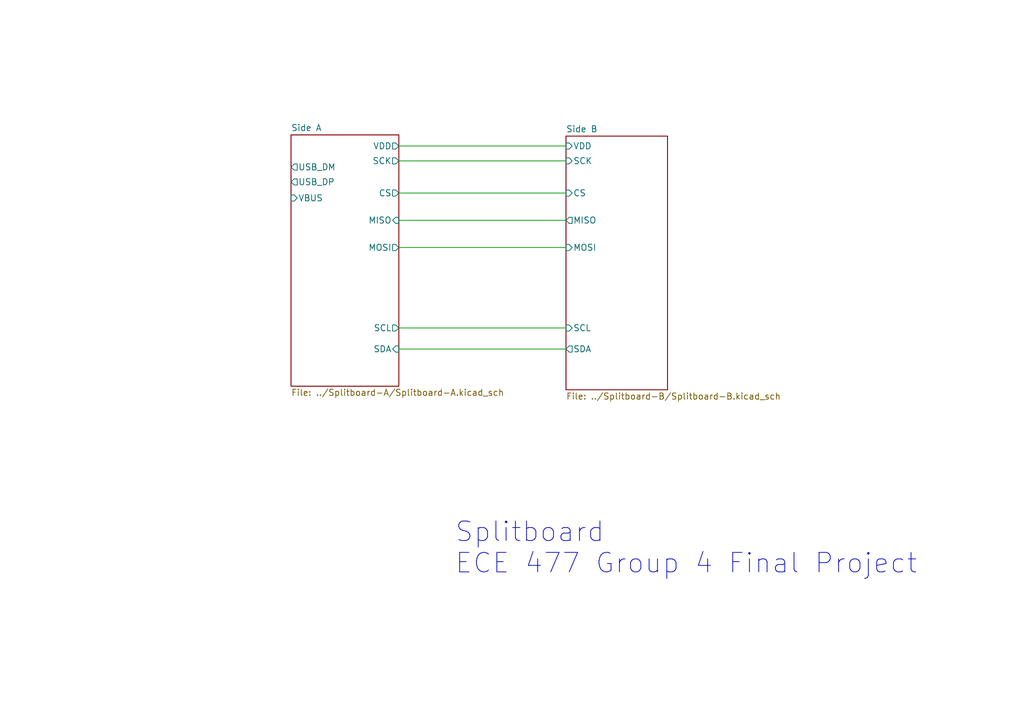
<source format=kicad_sch>
(kicad_sch (version 20211123) (generator eeschema)
  (paper "A5")
  (lib_symbols)
  (wire (pts (xy 81.788 50.8) (xy 116.078 50.8)))
  (wire (pts (xy 81.788 33.02) (xy 116.078 33.02)))
  (wire (pts (xy 81.788 71.628) (xy 116.078 71.628)))
  (wire (pts (xy 81.788 29.972) (xy 116.078 29.972)))
  (wire (pts (xy 81.788 67.31) (xy 116.078 67.31)))
  (wire (pts (xy 81.788 45.212) (xy 116.078 45.212)))
  (wire (pts (xy 81.788 39.624) (xy 116.078 39.624)))
  (text "Splitboard\nECE 477 Group 4 Final Project" (at 93.218 118.11 0) (effects (font (size 4 4)) (justify left bottom)))
  (sheet (at 59.69 27.686) (size 22.098 51.562) (stroke (width 0.1524))
    (property "Sheet name" "Side A" (at 59.69 26.9744 0) (effects (justify left bottom)))
    (property "Sheet file" "../Splitboard-A/Splitboard-A.kicad_sch" (at 59.69 79.8326 0) (effects (justify left top)))
    (pin "SCK" output (at 81.788 33.02 0))
    (pin "CS" output (at 81.788 39.624 0))
    (pin "MISO" input (at 81.788 45.212 0))
    (pin "MOSI" output (at 81.788 50.8 0))
    (pin "VDD" output (at 81.788 29.972 0))
    (pin "SDA" input (at 81.788 71.628 0))
    (pin "SCL" output (at 81.788 67.31 0))
    (pin "USB_DM" output (at 59.69 34.29 180))
    (pin "USB_DP" output (at 59.69 37.338 180))
    (pin "VBUS" input (at 59.69 40.64 180))
  )
  (sheet (at 116.078 27.94) (size 20.828 52.07) (stroke (width 0.1524))
    (property "Sheet name" "Side B" (at 116.078 27.2284 0) (effects (justify left bottom)))
    (property "Sheet file" "../Splitboard-B/Splitboard-B.kicad_sch" (at 116.078 80.5946 0) (effects (justify left top)))
    (pin "CS" input (at 116.078 39.624 180))
    (pin "SCK" input (at 116.078 33.02 180))
    (pin "MISO" output (at 116.078 45.212 180))
    (pin "MOSI" input (at 116.078 50.8 180))
    (pin "VDD" input (at 116.078 29.972 180))
    (pin "SCL" input (at 116.078 67.31 180))
    (pin "SDA" output (at 116.078 71.628 180))
  )
)
</source>
